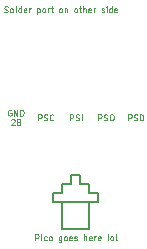
<source format=gbr>
%TF.GenerationSoftware,KiCad,Pcbnew,(6.0.7)*%
%TF.CreationDate,2022-08-31T20:47:36+01:00*%
%TF.ProjectId,Adapter,41646170-7465-4722-9e6b-696361645f70,rev?*%
%TF.SameCoordinates,Original*%
%TF.FileFunction,Legend,Top*%
%TF.FilePolarity,Positive*%
%FSLAX46Y46*%
G04 Gerber Fmt 4.6, Leading zero omitted, Abs format (unit mm)*
G04 Created by KiCad (PCBNEW (6.0.7)) date 2022-08-31 20:47:36*
%MOMM*%
%LPD*%
G01*
G04 APERTURE LIST*
%ADD10C,0.150000*%
%ADD11C,0.125000*%
G04 APERTURE END LIST*
D10*
X150241000Y-106426000D02*
X151003000Y-106426000D01*
X153289000Y-107188000D02*
X153289000Y-107950000D01*
X153289000Y-107950000D02*
X153289000Y-108712000D01*
X151765000Y-105664000D02*
X151765000Y-104902000D01*
X153289000Y-109474000D02*
X151003000Y-109474000D01*
X152527000Y-105664000D02*
X153289000Y-105664000D01*
X153289000Y-105664000D02*
X153289000Y-106426000D01*
X153289000Y-108712000D02*
X153289000Y-109474000D01*
X154051000Y-106426000D02*
X154051000Y-107188000D01*
X151003000Y-109474000D02*
X151003000Y-107188000D01*
X152527000Y-104902000D02*
X152527000Y-105664000D01*
X151003000Y-107188000D02*
X150241000Y-107188000D01*
X153289000Y-106426000D02*
X154051000Y-106426000D01*
X151003000Y-106426000D02*
X151003000Y-105664000D01*
X151003000Y-107188000D02*
X153289000Y-107188000D01*
X151003000Y-105664000D02*
X151765000Y-105664000D01*
X151765000Y-104902000D02*
X152527000Y-104902000D01*
X154051000Y-107188000D02*
X153289000Y-107188000D01*
X150241000Y-107188000D02*
X150241000Y-106426000D01*
D11*
X154055047Y-100302190D02*
X154055047Y-99802190D01*
X154245523Y-99802190D01*
X154293142Y-99826000D01*
X154316952Y-99849809D01*
X154340761Y-99897428D01*
X154340761Y-99968857D01*
X154316952Y-100016476D01*
X154293142Y-100040285D01*
X154245523Y-100064095D01*
X154055047Y-100064095D01*
X154531238Y-100278380D02*
X154602666Y-100302190D01*
X154721714Y-100302190D01*
X154769333Y-100278380D01*
X154793142Y-100254571D01*
X154816952Y-100206952D01*
X154816952Y-100159333D01*
X154793142Y-100111714D01*
X154769333Y-100087904D01*
X154721714Y-100064095D01*
X154626476Y-100040285D01*
X154578857Y-100016476D01*
X154555047Y-99992666D01*
X154531238Y-99945047D01*
X154531238Y-99897428D01*
X154555047Y-99849809D01*
X154578857Y-99826000D01*
X154626476Y-99802190D01*
X154745523Y-99802190D01*
X154816952Y-99826000D01*
X155126476Y-99802190D02*
X155221714Y-99802190D01*
X155269333Y-99826000D01*
X155316952Y-99873619D01*
X155340761Y-99968857D01*
X155340761Y-100135523D01*
X155316952Y-100230761D01*
X155269333Y-100278380D01*
X155221714Y-100302190D01*
X155126476Y-100302190D01*
X155078857Y-100278380D01*
X155031238Y-100230761D01*
X155007428Y-100135523D01*
X155007428Y-99968857D01*
X155031238Y-99873619D01*
X155078857Y-99826000D01*
X155126476Y-99802190D01*
X151657904Y-100302190D02*
X151657904Y-99802190D01*
X151848380Y-99802190D01*
X151896000Y-99826000D01*
X151919809Y-99849809D01*
X151943619Y-99897428D01*
X151943619Y-99968857D01*
X151919809Y-100016476D01*
X151896000Y-100040285D01*
X151848380Y-100064095D01*
X151657904Y-100064095D01*
X152134095Y-100278380D02*
X152205523Y-100302190D01*
X152324571Y-100302190D01*
X152372190Y-100278380D01*
X152396000Y-100254571D01*
X152419809Y-100206952D01*
X152419809Y-100159333D01*
X152396000Y-100111714D01*
X152372190Y-100087904D01*
X152324571Y-100064095D01*
X152229333Y-100040285D01*
X152181714Y-100016476D01*
X152157904Y-99992666D01*
X152134095Y-99945047D01*
X152134095Y-99897428D01*
X152157904Y-99849809D01*
X152181714Y-99826000D01*
X152229333Y-99802190D01*
X152348380Y-99802190D01*
X152419809Y-99826000D01*
X152634095Y-100302190D02*
X152634095Y-99802190D01*
X156606952Y-100302190D02*
X156606952Y-99802190D01*
X156797428Y-99802190D01*
X156845047Y-99826000D01*
X156868857Y-99849809D01*
X156892666Y-99897428D01*
X156892666Y-99968857D01*
X156868857Y-100016476D01*
X156845047Y-100040285D01*
X156797428Y-100064095D01*
X156606952Y-100064095D01*
X157083142Y-100278380D02*
X157154571Y-100302190D01*
X157273619Y-100302190D01*
X157321238Y-100278380D01*
X157345047Y-100254571D01*
X157368857Y-100206952D01*
X157368857Y-100159333D01*
X157345047Y-100111714D01*
X157321238Y-100087904D01*
X157273619Y-100064095D01*
X157178380Y-100040285D01*
X157130761Y-100016476D01*
X157106952Y-99992666D01*
X157083142Y-99945047D01*
X157083142Y-99897428D01*
X157106952Y-99849809D01*
X157130761Y-99826000D01*
X157178380Y-99802190D01*
X157297428Y-99802190D01*
X157368857Y-99826000D01*
X157583142Y-100302190D02*
X157583142Y-99802190D01*
X157702190Y-99802190D01*
X157773619Y-99826000D01*
X157821238Y-99873619D01*
X157845047Y-99921238D01*
X157868857Y-100016476D01*
X157868857Y-100087904D01*
X157845047Y-100183142D01*
X157821238Y-100230761D01*
X157773619Y-100278380D01*
X157702190Y-100302190D01*
X157583142Y-100302190D01*
X146685047Y-99423500D02*
X146637428Y-99399690D01*
X146566000Y-99399690D01*
X146494571Y-99423500D01*
X146446952Y-99471119D01*
X146423142Y-99518738D01*
X146399333Y-99613976D01*
X146399333Y-99685404D01*
X146423142Y-99780642D01*
X146446952Y-99828261D01*
X146494571Y-99875880D01*
X146566000Y-99899690D01*
X146613619Y-99899690D01*
X146685047Y-99875880D01*
X146708857Y-99852071D01*
X146708857Y-99685404D01*
X146613619Y-99685404D01*
X146923142Y-99899690D02*
X146923142Y-99399690D01*
X147208857Y-99899690D01*
X147208857Y-99399690D01*
X147446952Y-99899690D02*
X147446952Y-99399690D01*
X147566000Y-99399690D01*
X147637428Y-99423500D01*
X147685047Y-99471119D01*
X147708857Y-99518738D01*
X147732666Y-99613976D01*
X147732666Y-99685404D01*
X147708857Y-99780642D01*
X147685047Y-99828261D01*
X147637428Y-99875880D01*
X147566000Y-99899690D01*
X147446952Y-99899690D01*
X146685047Y-100252309D02*
X146708857Y-100228500D01*
X146756476Y-100204690D01*
X146875523Y-100204690D01*
X146923142Y-100228500D01*
X146946952Y-100252309D01*
X146970761Y-100299928D01*
X146970761Y-100347547D01*
X146946952Y-100418976D01*
X146661238Y-100704690D01*
X146970761Y-100704690D01*
X147256476Y-100418976D02*
X147208857Y-100395166D01*
X147185047Y-100371357D01*
X147161238Y-100323738D01*
X147161238Y-100299928D01*
X147185047Y-100252309D01*
X147208857Y-100228500D01*
X147256476Y-100204690D01*
X147351714Y-100204690D01*
X147399333Y-100228500D01*
X147423142Y-100252309D01*
X147446952Y-100299928D01*
X147446952Y-100323738D01*
X147423142Y-100371357D01*
X147399333Y-100395166D01*
X147351714Y-100418976D01*
X147256476Y-100418976D01*
X147208857Y-100442785D01*
X147185047Y-100466595D01*
X147161238Y-100514214D01*
X147161238Y-100609452D01*
X147185047Y-100657071D01*
X147208857Y-100680880D01*
X147256476Y-100704690D01*
X147351714Y-100704690D01*
X147399333Y-100680880D01*
X147423142Y-100657071D01*
X147446952Y-100609452D01*
X147446952Y-100514214D01*
X147423142Y-100466595D01*
X147399333Y-100442785D01*
X147351714Y-100418976D01*
X148717428Y-110462190D02*
X148717428Y-109962190D01*
X148907904Y-109962190D01*
X148955523Y-109986000D01*
X148979333Y-110009809D01*
X149003142Y-110057428D01*
X149003142Y-110128857D01*
X148979333Y-110176476D01*
X148955523Y-110200285D01*
X148907904Y-110224095D01*
X148717428Y-110224095D01*
X149217428Y-110462190D02*
X149217428Y-110128857D01*
X149217428Y-109962190D02*
X149193619Y-109986000D01*
X149217428Y-110009809D01*
X149241238Y-109986000D01*
X149217428Y-109962190D01*
X149217428Y-110009809D01*
X149669809Y-110438380D02*
X149622190Y-110462190D01*
X149526952Y-110462190D01*
X149479333Y-110438380D01*
X149455523Y-110414571D01*
X149431714Y-110366952D01*
X149431714Y-110224095D01*
X149455523Y-110176476D01*
X149479333Y-110152666D01*
X149526952Y-110128857D01*
X149622190Y-110128857D01*
X149669809Y-110152666D01*
X149955523Y-110462190D02*
X149907904Y-110438380D01*
X149884095Y-110414571D01*
X149860285Y-110366952D01*
X149860285Y-110224095D01*
X149884095Y-110176476D01*
X149907904Y-110152666D01*
X149955523Y-110128857D01*
X150026952Y-110128857D01*
X150074571Y-110152666D01*
X150098380Y-110176476D01*
X150122190Y-110224095D01*
X150122190Y-110366952D01*
X150098380Y-110414571D01*
X150074571Y-110438380D01*
X150026952Y-110462190D01*
X149955523Y-110462190D01*
X150931714Y-110128857D02*
X150931714Y-110533619D01*
X150907904Y-110581238D01*
X150884095Y-110605047D01*
X150836476Y-110628857D01*
X150765047Y-110628857D01*
X150717428Y-110605047D01*
X150931714Y-110438380D02*
X150884095Y-110462190D01*
X150788857Y-110462190D01*
X150741238Y-110438380D01*
X150717428Y-110414571D01*
X150693619Y-110366952D01*
X150693619Y-110224095D01*
X150717428Y-110176476D01*
X150741238Y-110152666D01*
X150788857Y-110128857D01*
X150884095Y-110128857D01*
X150931714Y-110152666D01*
X151241238Y-110462190D02*
X151193619Y-110438380D01*
X151169809Y-110414571D01*
X151146000Y-110366952D01*
X151146000Y-110224095D01*
X151169809Y-110176476D01*
X151193619Y-110152666D01*
X151241238Y-110128857D01*
X151312666Y-110128857D01*
X151360285Y-110152666D01*
X151384095Y-110176476D01*
X151407904Y-110224095D01*
X151407904Y-110366952D01*
X151384095Y-110414571D01*
X151360285Y-110438380D01*
X151312666Y-110462190D01*
X151241238Y-110462190D01*
X151812666Y-110438380D02*
X151765047Y-110462190D01*
X151669809Y-110462190D01*
X151622190Y-110438380D01*
X151598380Y-110390761D01*
X151598380Y-110200285D01*
X151622190Y-110152666D01*
X151669809Y-110128857D01*
X151765047Y-110128857D01*
X151812666Y-110152666D01*
X151836476Y-110200285D01*
X151836476Y-110247904D01*
X151598380Y-110295523D01*
X152026952Y-110438380D02*
X152074571Y-110462190D01*
X152169809Y-110462190D01*
X152217428Y-110438380D01*
X152241238Y-110390761D01*
X152241238Y-110366952D01*
X152217428Y-110319333D01*
X152169809Y-110295523D01*
X152098380Y-110295523D01*
X152050761Y-110271714D01*
X152026952Y-110224095D01*
X152026952Y-110200285D01*
X152050761Y-110152666D01*
X152098380Y-110128857D01*
X152169809Y-110128857D01*
X152217428Y-110152666D01*
X152836476Y-110462190D02*
X152836476Y-109962190D01*
X153050761Y-110462190D02*
X153050761Y-110200285D01*
X153026952Y-110152666D01*
X152979333Y-110128857D01*
X152907904Y-110128857D01*
X152860285Y-110152666D01*
X152836476Y-110176476D01*
X153479333Y-110438380D02*
X153431714Y-110462190D01*
X153336476Y-110462190D01*
X153288857Y-110438380D01*
X153265047Y-110390761D01*
X153265047Y-110200285D01*
X153288857Y-110152666D01*
X153336476Y-110128857D01*
X153431714Y-110128857D01*
X153479333Y-110152666D01*
X153503142Y-110200285D01*
X153503142Y-110247904D01*
X153265047Y-110295523D01*
X153717428Y-110462190D02*
X153717428Y-110128857D01*
X153717428Y-110224095D02*
X153741238Y-110176476D01*
X153765047Y-110152666D01*
X153812666Y-110128857D01*
X153860285Y-110128857D01*
X154217428Y-110438380D02*
X154169809Y-110462190D01*
X154074571Y-110462190D01*
X154026952Y-110438380D01*
X154003142Y-110390761D01*
X154003142Y-110200285D01*
X154026952Y-110152666D01*
X154074571Y-110128857D01*
X154169809Y-110128857D01*
X154217428Y-110152666D01*
X154241238Y-110200285D01*
X154241238Y-110247904D01*
X154003142Y-110295523D01*
X154907904Y-110462190D02*
X154860285Y-110438380D01*
X154836476Y-110390761D01*
X154836476Y-109962190D01*
X155169809Y-110462190D02*
X155122190Y-110438380D01*
X155098380Y-110414571D01*
X155074571Y-110366952D01*
X155074571Y-110224095D01*
X155098380Y-110176476D01*
X155122190Y-110152666D01*
X155169809Y-110128857D01*
X155241238Y-110128857D01*
X155288857Y-110152666D01*
X155312666Y-110176476D01*
X155336476Y-110224095D01*
X155336476Y-110366952D01*
X155312666Y-110414571D01*
X155288857Y-110438380D01*
X155241238Y-110462190D01*
X155169809Y-110462190D01*
X155622190Y-110462190D02*
X155574571Y-110438380D01*
X155550761Y-110390761D01*
X155550761Y-109962190D01*
X146090285Y-91134380D02*
X146161714Y-91158190D01*
X146280761Y-91158190D01*
X146328380Y-91134380D01*
X146352190Y-91110571D01*
X146376000Y-91062952D01*
X146376000Y-91015333D01*
X146352190Y-90967714D01*
X146328380Y-90943904D01*
X146280761Y-90920095D01*
X146185523Y-90896285D01*
X146137904Y-90872476D01*
X146114095Y-90848666D01*
X146090285Y-90801047D01*
X146090285Y-90753428D01*
X146114095Y-90705809D01*
X146137904Y-90682000D01*
X146185523Y-90658190D01*
X146304571Y-90658190D01*
X146376000Y-90682000D01*
X146661714Y-91158190D02*
X146614095Y-91134380D01*
X146590285Y-91110571D01*
X146566476Y-91062952D01*
X146566476Y-90920095D01*
X146590285Y-90872476D01*
X146614095Y-90848666D01*
X146661714Y-90824857D01*
X146733142Y-90824857D01*
X146780761Y-90848666D01*
X146804571Y-90872476D01*
X146828380Y-90920095D01*
X146828380Y-91062952D01*
X146804571Y-91110571D01*
X146780761Y-91134380D01*
X146733142Y-91158190D01*
X146661714Y-91158190D01*
X147114095Y-91158190D02*
X147066476Y-91134380D01*
X147042666Y-91086761D01*
X147042666Y-90658190D01*
X147518857Y-91158190D02*
X147518857Y-90658190D01*
X147518857Y-91134380D02*
X147471238Y-91158190D01*
X147376000Y-91158190D01*
X147328380Y-91134380D01*
X147304571Y-91110571D01*
X147280761Y-91062952D01*
X147280761Y-90920095D01*
X147304571Y-90872476D01*
X147328380Y-90848666D01*
X147376000Y-90824857D01*
X147471238Y-90824857D01*
X147518857Y-90848666D01*
X147947428Y-91134380D02*
X147899809Y-91158190D01*
X147804571Y-91158190D01*
X147756952Y-91134380D01*
X147733142Y-91086761D01*
X147733142Y-90896285D01*
X147756952Y-90848666D01*
X147804571Y-90824857D01*
X147899809Y-90824857D01*
X147947428Y-90848666D01*
X147971238Y-90896285D01*
X147971238Y-90943904D01*
X147733142Y-90991523D01*
X148185523Y-91158190D02*
X148185523Y-90824857D01*
X148185523Y-90920095D02*
X148209333Y-90872476D01*
X148233142Y-90848666D01*
X148280761Y-90824857D01*
X148328380Y-90824857D01*
X148876000Y-90824857D02*
X148876000Y-91324857D01*
X148876000Y-90848666D02*
X148923619Y-90824857D01*
X149018857Y-90824857D01*
X149066476Y-90848666D01*
X149090285Y-90872476D01*
X149114095Y-90920095D01*
X149114095Y-91062952D01*
X149090285Y-91110571D01*
X149066476Y-91134380D01*
X149018857Y-91158190D01*
X148923619Y-91158190D01*
X148876000Y-91134380D01*
X149399809Y-91158190D02*
X149352190Y-91134380D01*
X149328380Y-91110571D01*
X149304571Y-91062952D01*
X149304571Y-90920095D01*
X149328380Y-90872476D01*
X149352190Y-90848666D01*
X149399809Y-90824857D01*
X149471238Y-90824857D01*
X149518857Y-90848666D01*
X149542666Y-90872476D01*
X149566476Y-90920095D01*
X149566476Y-91062952D01*
X149542666Y-91110571D01*
X149518857Y-91134380D01*
X149471238Y-91158190D01*
X149399809Y-91158190D01*
X149780761Y-91158190D02*
X149780761Y-90824857D01*
X149780761Y-90920095D02*
X149804571Y-90872476D01*
X149828380Y-90848666D01*
X149876000Y-90824857D01*
X149923619Y-90824857D01*
X150018857Y-90824857D02*
X150209333Y-90824857D01*
X150090285Y-90658190D02*
X150090285Y-91086761D01*
X150114095Y-91134380D01*
X150161714Y-91158190D01*
X150209333Y-91158190D01*
X150828380Y-91158190D02*
X150780761Y-91134380D01*
X150756952Y-91110571D01*
X150733142Y-91062952D01*
X150733142Y-90920095D01*
X150756952Y-90872476D01*
X150780761Y-90848666D01*
X150828380Y-90824857D01*
X150899809Y-90824857D01*
X150947428Y-90848666D01*
X150971238Y-90872476D01*
X150995047Y-90920095D01*
X150995047Y-91062952D01*
X150971238Y-91110571D01*
X150947428Y-91134380D01*
X150899809Y-91158190D01*
X150828380Y-91158190D01*
X151209333Y-90824857D02*
X151209333Y-91158190D01*
X151209333Y-90872476D02*
X151233142Y-90848666D01*
X151280761Y-90824857D01*
X151352190Y-90824857D01*
X151399809Y-90848666D01*
X151423619Y-90896285D01*
X151423619Y-91158190D01*
X152114095Y-91158190D02*
X152066476Y-91134380D01*
X152042666Y-91110571D01*
X152018857Y-91062952D01*
X152018857Y-90920095D01*
X152042666Y-90872476D01*
X152066476Y-90848666D01*
X152114095Y-90824857D01*
X152185523Y-90824857D01*
X152233142Y-90848666D01*
X152256952Y-90872476D01*
X152280761Y-90920095D01*
X152280761Y-91062952D01*
X152256952Y-91110571D01*
X152233142Y-91134380D01*
X152185523Y-91158190D01*
X152114095Y-91158190D01*
X152423619Y-90824857D02*
X152614095Y-90824857D01*
X152495047Y-90658190D02*
X152495047Y-91086761D01*
X152518857Y-91134380D01*
X152566476Y-91158190D01*
X152614095Y-91158190D01*
X152780761Y-91158190D02*
X152780761Y-90658190D01*
X152995047Y-91158190D02*
X152995047Y-90896285D01*
X152971238Y-90848666D01*
X152923619Y-90824857D01*
X152852190Y-90824857D01*
X152804571Y-90848666D01*
X152780761Y-90872476D01*
X153423619Y-91134380D02*
X153376000Y-91158190D01*
X153280761Y-91158190D01*
X153233142Y-91134380D01*
X153209333Y-91086761D01*
X153209333Y-90896285D01*
X153233142Y-90848666D01*
X153280761Y-90824857D01*
X153376000Y-90824857D01*
X153423619Y-90848666D01*
X153447428Y-90896285D01*
X153447428Y-90943904D01*
X153209333Y-90991523D01*
X153661714Y-91158190D02*
X153661714Y-90824857D01*
X153661714Y-90920095D02*
X153685523Y-90872476D01*
X153709333Y-90848666D01*
X153756952Y-90824857D01*
X153804571Y-90824857D01*
X154328380Y-91134380D02*
X154376000Y-91158190D01*
X154471238Y-91158190D01*
X154518857Y-91134380D01*
X154542666Y-91086761D01*
X154542666Y-91062952D01*
X154518857Y-91015333D01*
X154471238Y-90991523D01*
X154399809Y-90991523D01*
X154352190Y-90967714D01*
X154328380Y-90920095D01*
X154328380Y-90896285D01*
X154352190Y-90848666D01*
X154399809Y-90824857D01*
X154471238Y-90824857D01*
X154518857Y-90848666D01*
X154756952Y-91158190D02*
X154756952Y-90824857D01*
X154756952Y-90658190D02*
X154733142Y-90682000D01*
X154756952Y-90705809D01*
X154780761Y-90682000D01*
X154756952Y-90658190D01*
X154756952Y-90705809D01*
X155209333Y-91158190D02*
X155209333Y-90658190D01*
X155209333Y-91134380D02*
X155161714Y-91158190D01*
X155066476Y-91158190D01*
X155018857Y-91134380D01*
X154995047Y-91110571D01*
X154971238Y-91062952D01*
X154971238Y-90920095D01*
X154995047Y-90872476D01*
X155018857Y-90848666D01*
X155066476Y-90824857D01*
X155161714Y-90824857D01*
X155209333Y-90848666D01*
X155637904Y-91134380D02*
X155590285Y-91158190D01*
X155495047Y-91158190D01*
X155447428Y-91134380D01*
X155423619Y-91086761D01*
X155423619Y-90896285D01*
X155447428Y-90848666D01*
X155495047Y-90824857D01*
X155590285Y-90824857D01*
X155637904Y-90848666D01*
X155661714Y-90896285D01*
X155661714Y-90943904D01*
X155423619Y-90991523D01*
X148986952Y-100302190D02*
X148986952Y-99802190D01*
X149177428Y-99802190D01*
X149225047Y-99826000D01*
X149248857Y-99849809D01*
X149272666Y-99897428D01*
X149272666Y-99968857D01*
X149248857Y-100016476D01*
X149225047Y-100040285D01*
X149177428Y-100064095D01*
X148986952Y-100064095D01*
X149463142Y-100278380D02*
X149534571Y-100302190D01*
X149653619Y-100302190D01*
X149701238Y-100278380D01*
X149725047Y-100254571D01*
X149748857Y-100206952D01*
X149748857Y-100159333D01*
X149725047Y-100111714D01*
X149701238Y-100087904D01*
X149653619Y-100064095D01*
X149558380Y-100040285D01*
X149510761Y-100016476D01*
X149486952Y-99992666D01*
X149463142Y-99945047D01*
X149463142Y-99897428D01*
X149486952Y-99849809D01*
X149510761Y-99826000D01*
X149558380Y-99802190D01*
X149677428Y-99802190D01*
X149748857Y-99826000D01*
X150248857Y-100254571D02*
X150225047Y-100278380D01*
X150153619Y-100302190D01*
X150106000Y-100302190D01*
X150034571Y-100278380D01*
X149986952Y-100230761D01*
X149963142Y-100183142D01*
X149939333Y-100087904D01*
X149939333Y-100016476D01*
X149963142Y-99921238D01*
X149986952Y-99873619D01*
X150034571Y-99826000D01*
X150106000Y-99802190D01*
X150153619Y-99802190D01*
X150225047Y-99826000D01*
X150248857Y-99849809D01*
M02*

</source>
